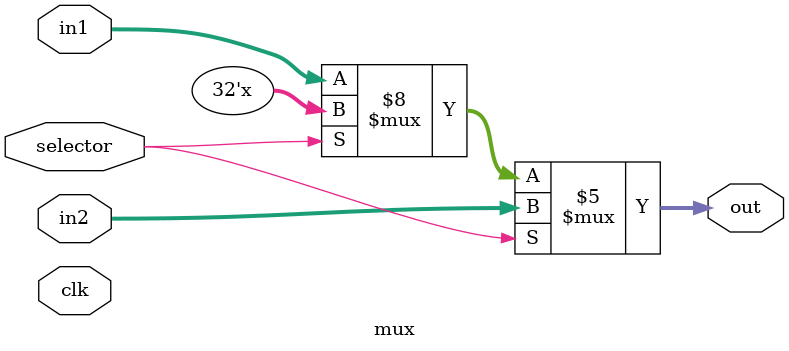
<source format=v>
module mux (clk, in1, in2, selector, out);
input clk;
input [31:0] in1 ;
input [31:0] in2 ;
input selector;
output reg [31:0] out;


always @(in1, in2) begin
      if (selector==1'b0) 
    begin
        out=in1;
    end
    
    if(selector==1'b1) 
    begin
    out=in2;
    end

end
endmodule // 
</source>
